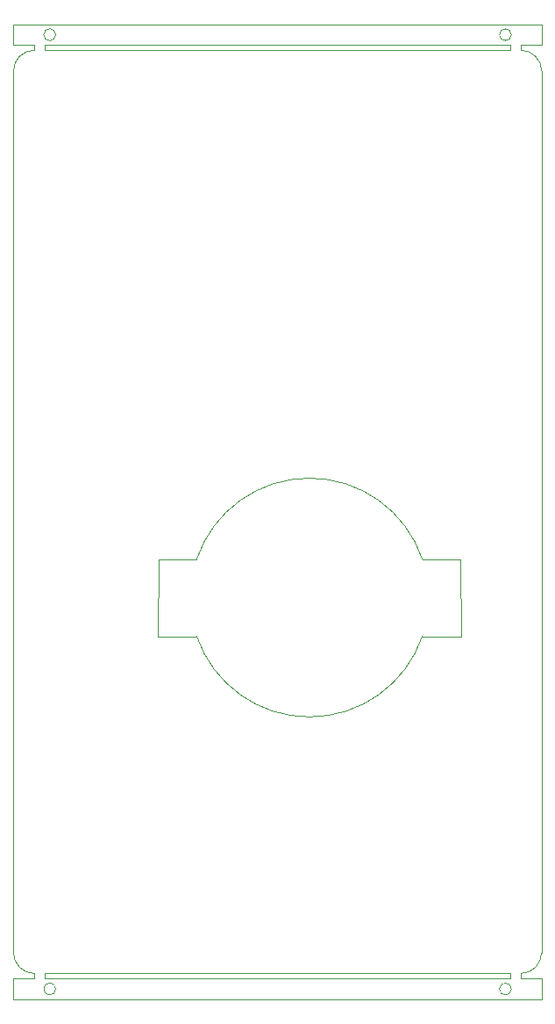
<source format=gm1>
%TF.GenerationSoftware,KiCad,Pcbnew,9.0.0*%
%TF.CreationDate,2025-12-23T16:07:17-05:00*%
%TF.ProjectId,BusinessCard,42757369-6e65-4737-9343-6172642e6b69,rev?*%
%TF.SameCoordinates,Original*%
%TF.FileFunction,Profile,NP*%
%FSLAX46Y46*%
G04 Gerber Fmt 4.6, Leading zero omitted, Abs format (unit mm)*
G04 Created by KiCad (PCBNEW 9.0.0) date 2025-12-23 16:07:17*
%MOMM*%
%LPD*%
G01*
G04 APERTURE LIST*
%TA.AperFunction,Profile*%
%ADD10C,0.050000*%
%TD*%
G04 APERTURE END LIST*
D10*
X23000000Y-109500000D02*
X23000000Y-109000000D01*
X69000000Y-109000000D02*
X69000000Y-109500000D01*
X68000000Y-109000000D02*
X23000000Y-109000000D01*
X69000000Y-109500000D02*
X71000000Y-109500000D01*
X68000000Y-19500000D02*
X68000000Y-20000000D01*
X69000000Y-19500000D02*
X69000000Y-20000000D01*
X22000000Y-19500000D02*
X20000000Y-19500000D01*
X68000000Y-109000000D02*
X68000000Y-109500000D01*
X71000000Y-19500000D02*
X71000000Y-17500000D01*
X71000000Y-111500000D02*
X20000000Y-111500000D01*
X23000000Y-20000000D02*
X68000000Y-20000000D01*
X71000000Y-22000000D02*
X71000000Y-107000000D01*
X22000000Y-20000000D02*
X22000000Y-19500000D01*
X71000000Y-107000000D02*
G75*
G02*
X69000000Y-109000000I-2000000J0D01*
G01*
X20000000Y-17500000D02*
X71000000Y-17500000D01*
X20000000Y-109500000D02*
X20000000Y-111500000D01*
X71000000Y-109500000D02*
X71000000Y-111500000D01*
X69000000Y-20000000D02*
G75*
G02*
X71000000Y-22000000I0J-2000000D01*
G01*
X20000000Y-107000000D02*
X20000000Y-22000000D01*
X23000000Y-19500000D02*
X68000000Y-19500000D01*
X71000000Y-19500000D02*
X69000000Y-19500000D01*
X20000000Y-109500000D02*
X22000000Y-109500000D01*
X68000000Y-109500000D02*
X23000000Y-109500000D01*
X20000000Y-22000000D02*
G75*
G02*
X22000000Y-20000000I2000000J0D01*
G01*
X20000000Y-19500000D02*
X20000000Y-17500000D01*
X23000000Y-20000000D02*
X23000000Y-19500000D01*
X22000000Y-109500000D02*
X22000000Y-109000000D01*
X22000000Y-109000000D02*
G75*
G02*
X20000000Y-107000000I0J2000000D01*
G01*
%TO.C,REF\u002A\u002A*%
X24076000Y-110500000D02*
G75*
G02*
X22924000Y-110500000I-576000J0D01*
G01*
X22924000Y-110500000D02*
G75*
G02*
X24076000Y-110500000I576000J0D01*
G01*
X24076000Y-18500000D02*
G75*
G02*
X22924000Y-18500000I-576000J0D01*
G01*
X22924000Y-18500000D02*
G75*
G02*
X24076000Y-18500000I576000J0D01*
G01*
%TO.C,J3*%
X33980049Y-76500000D02*
X37691523Y-76500000D01*
X33985786Y-69050000D02*
X33980049Y-76500000D01*
X37696666Y-69051747D02*
X33985786Y-69050000D01*
X63185786Y-69050000D02*
X59474312Y-69050000D01*
X63185786Y-69050000D02*
X63191523Y-76500000D01*
X63191523Y-76500000D02*
X59480049Y-76499997D01*
X37696666Y-69051747D02*
G75*
G02*
X59474312Y-69050000I10889120J-3698253D01*
G01*
X59480049Y-76500000D02*
G75*
G02*
X37691523Y-76500000I-10894263J3750000D01*
G01*
%TO.C,REF\u002A\u002A*%
X68076000Y-110500000D02*
G75*
G02*
X66924000Y-110500000I-576000J0D01*
G01*
X66924000Y-110500000D02*
G75*
G02*
X68076000Y-110500000I576000J0D01*
G01*
X68076000Y-18500000D02*
G75*
G02*
X66924000Y-18500000I-576000J0D01*
G01*
X66924000Y-18500000D02*
G75*
G02*
X68076000Y-18500000I576000J0D01*
G01*
%TD*%
M02*

</source>
